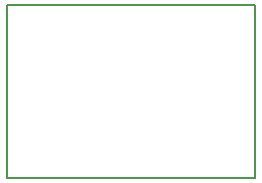
<source format=gm1>
G04 #@! TF.FileFunction,Profile,NP*
%FSLAX46Y46*%
G04 Gerber Fmt 4.6, Leading zero omitted, Abs format (unit mm)*
G04 Created by KiCad (PCBNEW 4.0.2+dfsg1-stable) date Tue 04 Sep 2018 12:45:05 PM EDT*
%MOMM*%
G01*
G04 APERTURE LIST*
%ADD10C,0.100000*%
%ADD11C,0.150000*%
G04 APERTURE END LIST*
D10*
D11*
X160020000Y-87630000D02*
X139065000Y-87630000D01*
X160020000Y-102235000D02*
X160020000Y-87630000D01*
X139065000Y-102235000D02*
X160020000Y-102235000D01*
X139065000Y-87630000D02*
X139065000Y-102235000D01*
M02*

</source>
